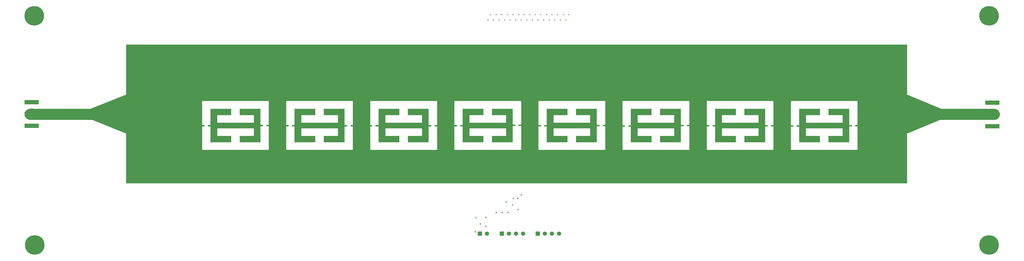
<source format=gbr>
%TF.GenerationSoftware,Altium Limited,Altium Designer,24.4.1 (13)*%
G04 Layer_Physical_Order=1*
G04 Layer_Color=255*
%FSLAX45Y45*%
%MOMM*%
%TF.SameCoordinates,4FF739F8-A24E-4C84-90D3-729B67262028*%
%TF.FilePolarity,Positive*%
%TF.FileFunction,Copper,L1,Top,Signal*%
%TF.Part,Single*%
G01*
G75*
%TA.AperFunction,ConnectorPad*%
%ADD10R,5.08000X1.52000*%
%TA.AperFunction,SMDPad,CuDef*%
%ADD11R,1.40000X0.55000*%
%AMCUSTOMSHAPE12*
4,1,4,1.40000,11.50000,-1.40000,11.50000,-1.40000,-11.50000,1.40000,-11.50000,1.40000,11.50000,0.0*%
%ADD12CUSTOMSHAPE12*%

%AMCUSTOMSHAPE13*
4,1,4,12.00000,-1.35000,12.00000,1.35000,-12.00000,1.35000,-12.00000,-1.35000,12.00000,-1.35000,0.0*%
%ADD13CUSTOMSHAPE13*%

%AMCUSTOMSHAPE14*
4,1,4,12.00000,-1.40000,12.00000,1.40000,-12.00000,1.40000,-12.00000,-1.40000,12.00000,-1.40000,0.0*%
%ADD14CUSTOMSHAPE14*%

%AMCUSTOMSHAPE15*
4,1,20,-6.50000,-1.00000,-6.50000,-3.70000,-1.50000,-3.70000,-1.50000,-6.00000,-9.00000,-6.00000,-9.00000,6.00000,-1.50000,6.00000,-1.50000,3.70000,-6.50000,3.70000,-6.50000,1.00000,6.60000,1.00000,6.60000,3.70000,1.50000,3.70000,1.50000,6.00000,9.00000,6.00000,9.00000,-6.00000,1.50000,-6.00000,1.50000,-3.70000,6.60000,-3.70000,6.60000,-1.00000,-6.50000,-1.00000,0.0*%
%ADD15CUSTOMSHAPE15*%

%TA.AperFunction,Conductor*%
%ADD16C,2.00000*%
%ADD17C,4.00000*%
%ADD18C,0.38100*%
%TA.AperFunction,ComponentPad*%
%ADD19C,6.99999*%
%ADD20C,1.50800*%
%ADD21R,1.50800X1.50800*%
%TA.AperFunction,ViaPad*%
%ADD22C,1.00000*%
%ADD23C,1.50000*%
%ADD24C,0.40000*%
%ADD25C,0.50000*%
G36*
X34231500Y10130000D02*
X35435001Y9627500D01*
Y9227500D01*
X34231500Y8735000D01*
Y6942500D01*
X6231500D01*
Y8735000D01*
X4977500Y9237500D01*
Y9627500D01*
X6231500Y10130000D01*
Y11927500D01*
X34231500D01*
Y10130000D01*
D02*
G37*
%LPC*%
G36*
X11426681Y9959911D02*
X8886681D01*
Y8093011D01*
X8899381Y8080311D01*
X11426681D01*
Y9959911D01*
D02*
G37*
G36*
X32529001Y9956800D02*
X29989001D01*
Y8089900D01*
X30001700Y8077200D01*
X32529001D01*
Y9956800D01*
D02*
G37*
G36*
X29514383D02*
X26974384D01*
Y8089900D01*
X26987082Y8077200D01*
X29514383D01*
Y9956800D01*
D02*
G37*
G36*
X26499765D02*
X23959766D01*
Y8089900D01*
X23972466Y8077200D01*
X26499765D01*
Y9956800D01*
D02*
G37*
G36*
X23485149D02*
X20945149D01*
Y8089900D01*
X20957849Y8077200D01*
X23485149D01*
Y9956800D01*
D02*
G37*
G36*
X20470532D02*
X17930531D01*
Y8089900D01*
X17943233Y8077200D01*
X20470532D01*
Y9956800D01*
D02*
G37*
G36*
X17455914D02*
X14915915D01*
Y8089900D01*
X14928615Y8077200D01*
X17455914D01*
Y9956800D01*
D02*
G37*
G36*
X14441298D02*
X11901298D01*
Y8089900D01*
X11913998Y8077200D01*
X14441298D01*
Y9956800D01*
D02*
G37*
%LPD*%
D10*
X2841500Y9008500D02*
D03*
Y9432500D02*
D03*
Y9856500D02*
D03*
X37283499Y8996000D02*
D03*
Y9420000D02*
D03*
Y9844000D02*
D03*
D11*
X32437500Y9012500D02*
D03*
X32182501D02*
D03*
X27327499Y9015000D02*
D03*
X27072501D02*
D03*
X26407501Y9017500D02*
D03*
X26152499D02*
D03*
X9227500Y9015000D02*
D03*
X8972500D02*
D03*
X30337500Y9000000D02*
D03*
X30082501D02*
D03*
X29164999Y9012500D02*
D03*
X29420001D02*
D03*
X24050000Y9005000D02*
D03*
X24305000D02*
D03*
X23137500Y9020000D02*
D03*
X23392500D02*
D03*
X21287500Y9010000D02*
D03*
X21032500D02*
D03*
X20117500Y9025000D02*
D03*
X20372501D02*
D03*
X18277499Y9015000D02*
D03*
X18022501D02*
D03*
X17105000D02*
D03*
X17360001D02*
D03*
X15242500Y9010000D02*
D03*
X14987500D02*
D03*
X14092500D02*
D03*
X14347501D02*
D03*
X12247500Y9012500D02*
D03*
X11992500D02*
D03*
X11077500Y9022500D02*
D03*
X11332500D02*
D03*
D12*
X32598999Y9017000D02*
D03*
X29919000D02*
D03*
X29584381D02*
D03*
X26904382D02*
D03*
X23886499D02*
D03*
X26566498D02*
D03*
X20871883D02*
D03*
X23551881D02*
D03*
X17857265D02*
D03*
X20537265D02*
D03*
X14842648D02*
D03*
X17522649D02*
D03*
X11828031D02*
D03*
X14508031D02*
D03*
X8813414D02*
D03*
X11493414D02*
D03*
D13*
X31259000Y10032000D02*
D03*
X28244382D02*
D03*
X25226498D02*
D03*
X22211882D02*
D03*
X19197266D02*
D03*
X16182648D02*
D03*
X13168031D02*
D03*
X10153414D02*
D03*
D14*
X31259000Y8007000D02*
D03*
X28244382D02*
D03*
X25226498D02*
D03*
X22211882D02*
D03*
X19197266D02*
D03*
X16182648D02*
D03*
X13168031D02*
D03*
X10153414D02*
D03*
D15*
X31259000Y9017000D02*
D03*
X28244382D02*
D03*
X25226498D02*
D03*
X22211882D02*
D03*
X19197266D02*
D03*
X16182648D02*
D03*
X13168031D02*
D03*
X10153414D02*
D03*
D16*
X31272699Y10045700D02*
X32598999D01*
D17*
X37283499Y9428800D02*
X37352499D01*
X32775000Y9428800D02*
X37283499Y9428800D01*
X2841683Y9430669D02*
X2855000Y9432000D01*
X2785000Y9425000D02*
X2841683Y9430669D01*
X2841509Y9425066D02*
X8675015Y9431889D01*
X2785000Y9425000D02*
X2841509Y9425066D01*
D18*
X8816680Y9915842D02*
Y9983620D01*
X8767300Y10033000D02*
X8816680Y9983620D01*
X31259000Y10032000D02*
X31272699Y10045700D01*
D19*
X37164999Y4732500D02*
D03*
Y12952499D02*
D03*
X2955000Y4732500D02*
D03*
X2937500Y12952499D02*
D03*
D20*
X19164999Y5142500D02*
D03*
X19959500D02*
D03*
X20213499D02*
D03*
X20467500D02*
D03*
X21245000D02*
D03*
X21499001D02*
D03*
X21753000D02*
D03*
D21*
X18911000D02*
D03*
X19705499D02*
D03*
X20991000D02*
D03*
D22*
X37485001Y8997500D02*
D03*
X37262500Y9000000D02*
D03*
X37373749D02*
D03*
X37477499Y9847500D02*
D03*
X37254999Y9850000D02*
D03*
X37366251D02*
D03*
X2872500Y9852500D02*
D03*
X2650000Y9855000D02*
D03*
X2761250D02*
D03*
X2870000Y9005000D02*
D03*
X2647500Y9007500D02*
D03*
X2758750D02*
D03*
D23*
X19469598Y7025000D02*
D03*
X18889911D02*
D03*
X19083141D02*
D03*
X19276369D02*
D03*
X18503453D02*
D03*
X18696683D02*
D03*
X20822202D02*
D03*
X20435744D02*
D03*
X20049284D02*
D03*
X19856056D02*
D03*
X20628972D02*
D03*
X20242514D02*
D03*
X10194607D02*
D03*
X10001378D02*
D03*
X9808149D02*
D03*
X9614920D02*
D03*
X9421691D02*
D03*
X9228462D02*
D03*
X8842004D02*
D03*
X8648775D02*
D03*
X8262317D02*
D03*
X8069088D02*
D03*
X8455546D02*
D03*
X9035233D02*
D03*
X7875859D02*
D03*
X7682630D02*
D03*
X7102943D02*
D03*
X6909714D02*
D03*
X6523256D02*
D03*
X7489401D02*
D03*
X6716485D02*
D03*
X6330027D02*
D03*
X7296172D02*
D03*
X12320126D02*
D03*
X11740439D02*
D03*
X11933668D02*
D03*
X12126897D02*
D03*
X11547210D02*
D03*
X11353981D02*
D03*
X11160752D02*
D03*
X10774294D02*
D03*
X10581065D02*
D03*
X10387836D02*
D03*
X10967523D02*
D03*
X18310223D02*
D03*
X18116995D02*
D03*
X17923766D02*
D03*
X17730537D02*
D03*
X17537308D02*
D03*
X17344080D02*
D03*
X17150850D02*
D03*
X15411789D02*
D03*
X16957620D02*
D03*
X16571162D02*
D03*
X16377934D02*
D03*
X16184705D02*
D03*
X15991476D02*
D03*
X15798247D02*
D03*
X15605019D02*
D03*
X16764392D02*
D03*
X15218559D02*
D03*
X15025331D02*
D03*
X14832101D02*
D03*
X14638873D02*
D03*
X14445644D02*
D03*
X14252415D02*
D03*
X14059187D02*
D03*
X13865958D02*
D03*
X13479500D02*
D03*
X13286272D02*
D03*
X13093042D02*
D03*
X12899812D02*
D03*
X12706584D02*
D03*
X12513355D02*
D03*
X13672729D02*
D03*
X26619070D02*
D03*
X26425842D02*
D03*
X26232611D02*
D03*
X25652924D02*
D03*
X25459695D02*
D03*
X25846155D02*
D03*
X26039383D02*
D03*
X25266467D02*
D03*
X33188855D02*
D03*
X32995627D02*
D03*
X32802396D02*
D03*
X32609167D02*
D03*
X32415939D02*
D03*
X32222711D02*
D03*
X31836252D02*
D03*
X31643024D02*
D03*
X31449792D02*
D03*
X31256564D02*
D03*
X31063336D02*
D03*
X32029480D02*
D03*
X30870108D02*
D03*
X23720634D02*
D03*
X22947719D02*
D03*
X23334177D02*
D03*
X22754491D02*
D03*
X23140948D02*
D03*
X23527406D02*
D03*
X23913864D02*
D03*
X25073238D02*
D03*
X24880009D02*
D03*
X24686780D02*
D03*
X24493552D02*
D03*
X24300322D02*
D03*
X24107092D02*
D03*
X22561261D02*
D03*
X22368031D02*
D03*
X22174805D02*
D03*
X21981575D02*
D03*
X21595117D02*
D03*
X21401888D02*
D03*
X21208659D02*
D03*
X21015430D02*
D03*
X21788345D02*
D03*
X28551361D02*
D03*
X28164902D02*
D03*
X27971674D02*
D03*
X27778445D02*
D03*
X27585214D02*
D03*
X27391986D02*
D03*
X26812299D02*
D03*
X27005527D02*
D03*
X27198758D02*
D03*
X28358130D02*
D03*
X28744589D02*
D03*
X30676877D02*
D03*
X30483649D02*
D03*
X30290421D02*
D03*
X30097192D02*
D03*
X29903964D02*
D03*
X29710733D02*
D03*
X29324277D02*
D03*
X29131046D02*
D03*
X29517505D02*
D03*
X28937817D02*
D03*
X33575314D02*
D03*
X33382083D02*
D03*
X33768542Y7030000D02*
D03*
X33961771Y7027500D02*
D03*
X34154999Y7025000D02*
D03*
X19662827Y7030000D02*
D03*
X19655299Y11837500D02*
D03*
X34147473Y11832500D02*
D03*
X33954242Y11835000D02*
D03*
X33761014Y11837500D02*
D03*
X33374557Y11832500D02*
D03*
X33567786D02*
D03*
X28930289D02*
D03*
X29509976D02*
D03*
X29123520D02*
D03*
X29316748D02*
D03*
X29703207D02*
D03*
X29896436D02*
D03*
X30089664D02*
D03*
X30282892D02*
D03*
X30476123D02*
D03*
X30669351D02*
D03*
X28737061D02*
D03*
X28350604D02*
D03*
X27191229D02*
D03*
X26998001D02*
D03*
X26804770D02*
D03*
X27384457D02*
D03*
X27577686D02*
D03*
X27770917D02*
D03*
X27964145D02*
D03*
X28157373D02*
D03*
X28543832D02*
D03*
X21780818D02*
D03*
X21007903D02*
D03*
X21201131D02*
D03*
X21394360D02*
D03*
X21587589D02*
D03*
X21974046D02*
D03*
X22167276D02*
D03*
X22360506D02*
D03*
X22553734D02*
D03*
X24099567D02*
D03*
X24292795D02*
D03*
X24486024D02*
D03*
X24679253D02*
D03*
X24872482D02*
D03*
X25065710D02*
D03*
X23906337D02*
D03*
X23519879D02*
D03*
X23133421D02*
D03*
X22746964D02*
D03*
X23326649D02*
D03*
X22940192D02*
D03*
X23713107D02*
D03*
X30862579D02*
D03*
X32021954D02*
D03*
X31055807D02*
D03*
X31249039D02*
D03*
X31442267D02*
D03*
X31635495D02*
D03*
X31828726D02*
D03*
X32215182D02*
D03*
X32408411D02*
D03*
X32601642D02*
D03*
X32794870D02*
D03*
X32988098D02*
D03*
X33181329D02*
D03*
X25258940D02*
D03*
X26031854D02*
D03*
X25838626D02*
D03*
X25452168D02*
D03*
X25645398D02*
D03*
X26225085D02*
D03*
X26418314D02*
D03*
X26611542D02*
D03*
X13665201D02*
D03*
X12505827D02*
D03*
X12699056D02*
D03*
X12892285D02*
D03*
X13085513D02*
D03*
X13278743D02*
D03*
X13471973D02*
D03*
X13858430D02*
D03*
X14051659D02*
D03*
X14244888D02*
D03*
X14438116D02*
D03*
X14631346D02*
D03*
X14824574D02*
D03*
X15017804D02*
D03*
X15211034D02*
D03*
X16756865D02*
D03*
X15597491D02*
D03*
X15790720D02*
D03*
X15983949D02*
D03*
X16177177D02*
D03*
X16370407D02*
D03*
X16563635D02*
D03*
X16950095D02*
D03*
X15404262D02*
D03*
X17143323D02*
D03*
X17336552D02*
D03*
X17529781D02*
D03*
X17723010D02*
D03*
X17916238D02*
D03*
X18109467D02*
D03*
X18302696D02*
D03*
X10959995D02*
D03*
X10380308D02*
D03*
X10573537D02*
D03*
X10766766D02*
D03*
X11153224D02*
D03*
X11346453D02*
D03*
X11539682D02*
D03*
X12119369D02*
D03*
X11926140D02*
D03*
X11732911D02*
D03*
X12312598D02*
D03*
X7288645D02*
D03*
X6322500D02*
D03*
X6708958D02*
D03*
X7481874D02*
D03*
X6515729D02*
D03*
X6902187D02*
D03*
X7095416D02*
D03*
X7675103D02*
D03*
X7868332D02*
D03*
X9027706D02*
D03*
X8448019D02*
D03*
X8061561D02*
D03*
X8254790D02*
D03*
X8641248D02*
D03*
X8834477D02*
D03*
X9220935D02*
D03*
X9414164D02*
D03*
X9607393D02*
D03*
X9800621D02*
D03*
X9993850D02*
D03*
X10187079D02*
D03*
X20234985D02*
D03*
X20621445D02*
D03*
X19848528D02*
D03*
X20041757D02*
D03*
X20428215D02*
D03*
X20814673D02*
D03*
X18689154D02*
D03*
X18495924D02*
D03*
X19268842D02*
D03*
X19075612D02*
D03*
X18882384D02*
D03*
X19462070D02*
D03*
D24*
X22100012Y13000008D02*
D03*
X22000012Y12800008D02*
D03*
X21900012Y13000008D02*
D03*
X21800012Y12800008D02*
D03*
X21700012Y13000008D02*
D03*
X21600012Y12800008D02*
D03*
X21500012Y13000008D02*
D03*
X21400012Y12800008D02*
D03*
X21300012Y13000008D02*
D03*
X21200011Y12800008D02*
D03*
X21100011Y13000008D02*
D03*
X21000011Y12800008D02*
D03*
X20900011Y13000008D02*
D03*
X20800011Y12800008D02*
D03*
X20700011Y13000008D02*
D03*
X20600011Y12800008D02*
D03*
X20500011Y13000008D02*
D03*
X20400011Y12800008D02*
D03*
X20300011Y13000008D02*
D03*
X20200011Y12800008D02*
D03*
X20100011Y13000008D02*
D03*
X20000011Y12800008D02*
D03*
X19900011Y13000008D02*
D03*
X19800011Y12800008D02*
D03*
X19700011Y13000008D02*
D03*
X19600011Y12800008D02*
D03*
X19500011Y13000008D02*
D03*
X19400011Y12800008D02*
D03*
X19300011Y13000008D02*
D03*
X19200011Y12800008D02*
D03*
D25*
X19922501Y5902500D02*
D03*
X20085001Y6175000D02*
D03*
X20117500Y6402500D02*
D03*
X20287500Y6002500D02*
D03*
X20275000Y6402500D02*
D03*
X19852499Y6277500D02*
D03*
D03*
X19125000Y5405000D02*
D03*
X18935001Y5492500D02*
D03*
X19122501Y5727500D02*
D03*
X18755000Y5210000D02*
D03*
X18767500Y5720000D02*
D03*
X19495000Y5895000D02*
D03*
D03*
X19722501D02*
D03*
X20397501Y6530000D02*
D03*
X13172501Y9010000D02*
D03*
X16185915Y9017000D02*
D03*
X10156680Y9020111D02*
D03*
X31259000Y9017000D02*
D03*
X28244382D02*
D03*
X25226500D02*
D03*
X22215147D02*
D03*
X19200531D02*
D03*
%TF.MD5,b29daf1ad2cf7f3dc212d4ad802cc986*%
M02*

</source>
